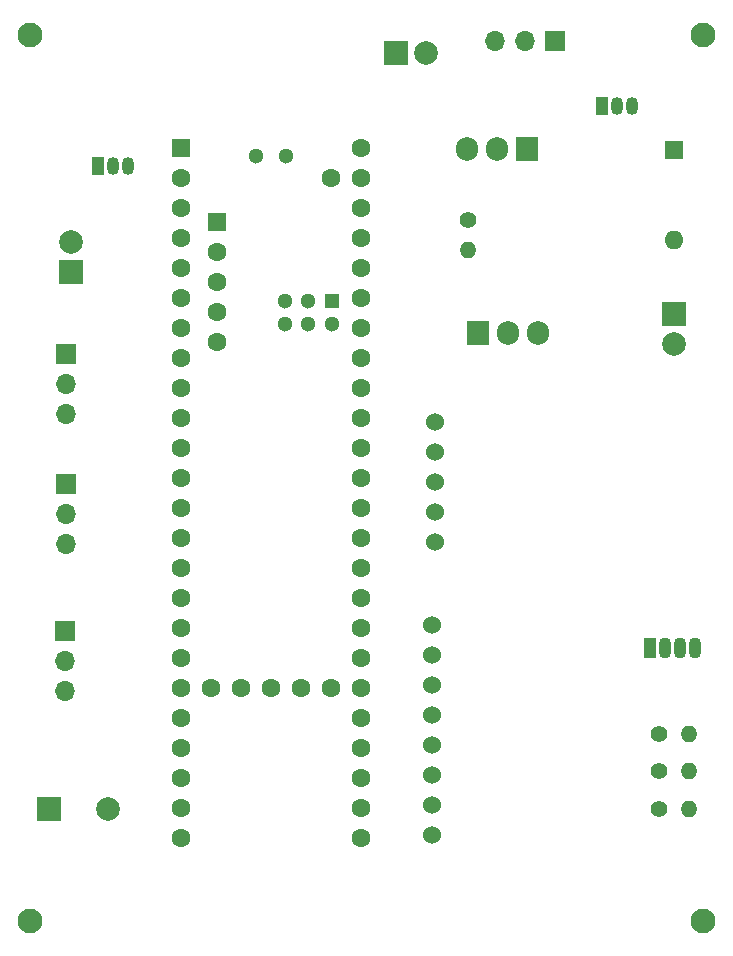
<source format=gbr>
%TF.GenerationSoftware,KiCad,Pcbnew,8.0.2*%
%TF.CreationDate,2024-06-20T15:08:29+01:00*%
%TF.ProjectId,dadaelus v0.3,64616461-656c-4757-9320-76302e332e6b,rev?*%
%TF.SameCoordinates,Original*%
%TF.FileFunction,Soldermask,Bot*%
%TF.FilePolarity,Negative*%
%FSLAX46Y46*%
G04 Gerber Fmt 4.6, Leading zero omitted, Abs format (unit mm)*
G04 Created by KiCad (PCBNEW 8.0.2) date 2024-06-20 15:08:29*
%MOMM*%
%LPD*%
G01*
G04 APERTURE LIST*
%ADD10R,1.050000X1.500000*%
%ADD11O,1.050000X1.500000*%
%ADD12C,2.000000*%
%ADD13R,2.000000X2.000000*%
%ADD14R,1.700000X1.700000*%
%ADD15O,1.700000X1.700000*%
%ADD16R,1.905000X2.000000*%
%ADD17O,1.905000X2.000000*%
%ADD18R,1.600000X1.600000*%
%ADD19O,1.600000X1.600000*%
%ADD20C,1.400000*%
%ADD21O,1.400000X1.400000*%
%ADD22C,2.100000*%
%ADD23R,1.070000X1.800000*%
%ADD24O,1.070000X1.800000*%
%ADD25C,1.600000*%
%ADD26R,1.300000X1.300000*%
%ADD27C,1.300000*%
%ADD28C,1.524000*%
G04 APERTURE END LIST*
D10*
%TO.C,Q2*%
X171460000Y-68000000D03*
D11*
X172730000Y-68000000D03*
X174000000Y-68000000D03*
%TD*%
D12*
%TO.C,J7*%
X156500000Y-63500000D03*
D13*
X153960000Y-63500000D03*
%TD*%
%TO.C,J6*%
X126500000Y-82040000D03*
D12*
X126500000Y-79500000D03*
%TD*%
D14*
%TO.C,J5*%
X167500000Y-62500000D03*
D15*
X164960000Y-62500000D03*
X162420000Y-62500000D03*
%TD*%
D14*
%TO.C,J4*%
X126000000Y-112420000D03*
D15*
X126000000Y-114960000D03*
X126000000Y-117500000D03*
%TD*%
D16*
%TO.C,U5*%
X160981600Y-87190000D03*
D17*
X163521600Y-87190000D03*
X166061600Y-87190000D03*
%TD*%
D14*
%TO.C,J1*%
X126061600Y-88975000D03*
D15*
X126061600Y-91515000D03*
X126061600Y-94055000D03*
%TD*%
D18*
%TO.C,SW1*%
X177500000Y-71700000D03*
D19*
X177500000Y-79320000D03*
%TD*%
D20*
%TO.C,R3*%
X176280000Y-124350000D03*
D21*
X178820000Y-124350000D03*
%TD*%
D16*
%TO.C,U4*%
X165061600Y-71690000D03*
D17*
X162521600Y-71690000D03*
X159981600Y-71690000D03*
%TD*%
D13*
%TO.C,J3*%
X177561600Y-85650000D03*
D12*
X177561600Y-88190000D03*
%TD*%
D14*
%TO.C,J2*%
X126061600Y-99975000D03*
D15*
X126061600Y-102515000D03*
X126061600Y-105055000D03*
%TD*%
D22*
%TO.C,REF\u002A\u002A*%
X123000000Y-137000000D03*
%TD*%
D23*
%TO.C,D1*%
X175510000Y-113875000D03*
D24*
X176780000Y-113875000D03*
X178050000Y-113875000D03*
X179320000Y-113875000D03*
%TD*%
D18*
%TO.C,U1*%
X135760000Y-71530000D03*
D25*
X135760000Y-74070000D03*
X135760000Y-76610000D03*
X135760000Y-79150000D03*
X135760000Y-81690000D03*
X135760000Y-84230000D03*
X135760000Y-86770000D03*
X135760000Y-89310000D03*
X135760000Y-91850000D03*
X135760000Y-94390000D03*
X135760000Y-96930000D03*
X135760000Y-99470000D03*
X135760000Y-102010000D03*
X135760000Y-104550000D03*
X135760000Y-107090000D03*
X135760000Y-109630000D03*
X135760000Y-112170000D03*
X135760000Y-114710000D03*
X135760000Y-117250000D03*
X135760000Y-119790000D03*
X135760000Y-122330000D03*
X135760000Y-124870000D03*
X135760000Y-127410000D03*
X135760000Y-129950000D03*
X151000000Y-129950000D03*
X151000000Y-127410000D03*
X151000000Y-124870000D03*
X151000000Y-122330000D03*
X151000000Y-119790000D03*
X151000000Y-117250000D03*
X151000000Y-114710000D03*
X151000000Y-112170000D03*
X151000000Y-109630000D03*
X151000000Y-107090000D03*
X151000000Y-104550000D03*
X151000000Y-102010000D03*
X151000000Y-99470000D03*
X151000000Y-96930000D03*
X151000000Y-94390000D03*
X151000000Y-91850000D03*
X151000000Y-89310000D03*
X151000000Y-86770000D03*
X151000000Y-84230000D03*
X151000000Y-81690000D03*
X151000000Y-79150000D03*
X151000000Y-76610000D03*
X151000000Y-74070000D03*
X151000000Y-71530000D03*
X148460000Y-74070000D03*
X138300000Y-117250000D03*
X140840000Y-117250000D03*
X143380000Y-117250000D03*
X145920000Y-117250000D03*
X148460000Y-117250000D03*
D18*
X138810800Y-77829200D03*
D25*
X138810800Y-80369200D03*
X138810800Y-82909200D03*
X138810800Y-85449200D03*
X138810800Y-87989200D03*
D26*
X148561600Y-84500000D03*
D27*
X146561600Y-84500000D03*
X144561600Y-84500000D03*
X144561600Y-86500000D03*
X146561600Y-86500000D03*
X148561600Y-86500000D03*
X144650000Y-72260000D03*
X142110000Y-72260000D03*
%TD*%
D22*
%TO.C,REF\u002A\u002A*%
X180000000Y-62000000D03*
%TD*%
D20*
%TO.C,R1*%
X160061600Y-77690000D03*
D21*
X160061600Y-80230000D03*
%TD*%
D22*
%TO.C,REF\u002A\u002A*%
X180000000Y-137000000D03*
%TD*%
D28*
%TO.C,U2*%
X157338600Y-94737000D03*
X157338600Y-97277000D03*
X157338600Y-99817000D03*
X157338600Y-102357000D03*
X157338600Y-104897000D03*
%TD*%
D10*
%TO.C,Q1*%
X128791600Y-73050000D03*
D11*
X130061600Y-73050000D03*
X131331600Y-73050000D03*
%TD*%
D22*
%TO.C,REF\u002A\u002A*%
X123000000Y-62000000D03*
%TD*%
D20*
%TO.C,R4*%
X176280000Y-127500000D03*
D21*
X178820000Y-127500000D03*
%TD*%
D28*
%TO.C,U3*%
X157076600Y-111927000D03*
X157076600Y-114467000D03*
X157076600Y-117007000D03*
X157076600Y-119547000D03*
X157076600Y-122087000D03*
X157076600Y-124627000D03*
X157076600Y-127167000D03*
X157076600Y-129707000D03*
%TD*%
D20*
%TO.C,R2*%
X176280000Y-121200000D03*
D21*
X178820000Y-121200000D03*
%TD*%
D13*
%TO.C,BZ1*%
X124629216Y-127500000D03*
D12*
X129629216Y-127500000D03*
%TD*%
M02*

</source>
